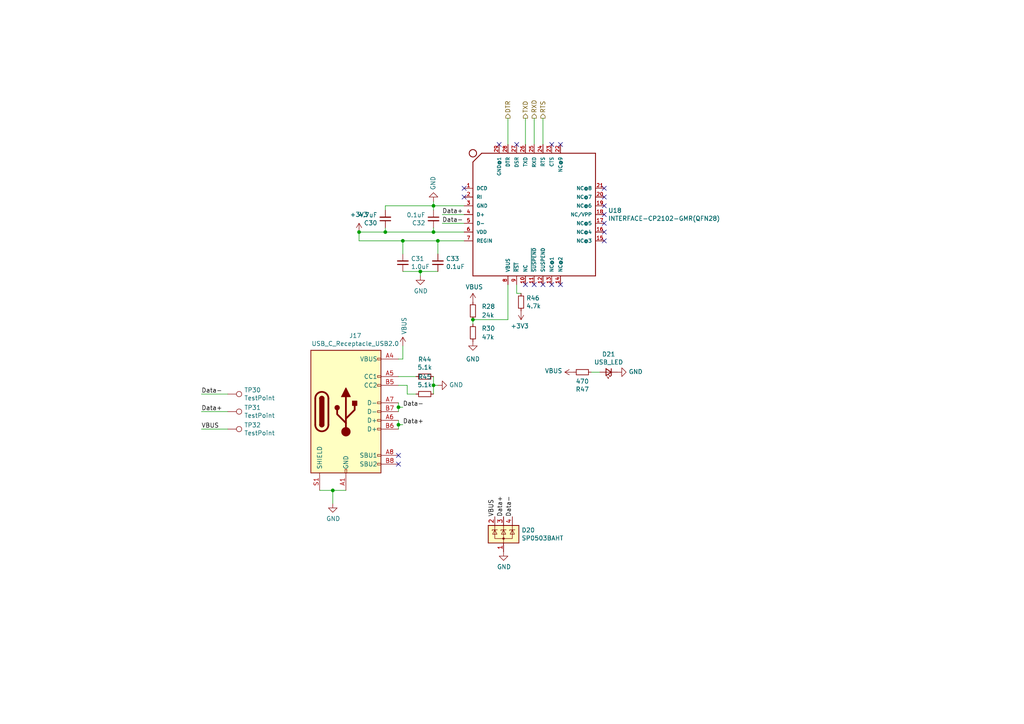
<source format=kicad_sch>
(kicad_sch (version 20211123) (generator eeschema)
  (paper "A4")
  (lib_symbols
    (symbol "Connector:TestPoint" (pin_numbers hide) (pin_names (offset 0.762) hide)
      (property "Reference" "TP" (at 0 6.858 0))
      (property "Value" "TestPoint" (at 0 5.08 0))
      (symbol "TestPoint_0_1"
        (circle (center 0 3.302) (radius 0.762))
      )
      (symbol "TestPoint_1_1"
        (pin passive line (at 0 0 90) (length 2.54) (name "1") (number "1"))
      )
    )
    (symbol "Connector:USB_C_Receptacle_USB2.0" (pin_names (offset 1.016))
      (property "Reference" "J" (at -10.16 19.05 0))
      (property "Value" "USB_C_Receptacle_USB2.0" (at 19.05 19.05 0))
      (symbol "USB_C_Receptacle_USB2.0_0_0"
        (rectangle (start -0.254 -17.78) (end 0.254 -16.764))
        (rectangle (start 10.16 -14.986) (end 9.144 -15.494))
        (rectangle (start 10.16 -12.446) (end 9.144 -12.954))
        (rectangle (start 10.16 -4.826) (end 9.144 -5.334))
        (rectangle (start 10.16 -2.286) (end 9.144 -2.794))
        (rectangle (start 10.16 0.254) (end 9.144 -0.254))
        (rectangle (start 10.16 2.794) (end 9.144 2.286))
        (rectangle (start 10.16 7.874) (end 9.144 7.366))
        (rectangle (start 10.16 10.414) (end 9.144 9.906))
        (rectangle (start 10.16 15.494) (end 9.144 14.986))
      )
      (symbol "USB_C_Receptacle_USB2.0_0_1"
        (rectangle (start -10.16 17.78) (end 10.16 -17.78) (stroke (width 0.254)) (fill (type background)))
        (arc (start -8.89 -3.81) (mid -6.985 -5.715) (end -5.08 -3.81) (stroke (width 0.508)))
        (arc (start -7.62 -3.81) (mid -6.985 -4.445) (end -6.35 -3.81) (stroke (width 0.254)))
        (arc (start -7.62 -3.81) (mid -6.985 -4.445) (end -6.35 -3.81) (stroke (width 0.254)) (fill (type outline)))
        (rectangle (start -7.62 -3.81) (end -6.35 3.81) (stroke (width 0.254)) (fill (type outline)))
        (arc (start -6.35 3.81) (mid -6.985 4.445) (end -7.62 3.81) (stroke (width 0.254)))
        (arc (start -6.35 3.81) (mid -6.985 4.445) (end -7.62 3.81) (stroke (width 0.254)) (fill (type outline)))
        (arc (start -5.08 3.81) (mid -6.985 5.715) (end -8.89 3.81) (stroke (width 0.508)))
        (circle (center -2.54 1.143) (radius 0.635) (stroke (width 0.254)) (fill (type outline)))
        (circle (center 0 -5.842) (radius 1.27) (fill (type outline)))
        (polyline (pts (xy -8.89 -3.81) (xy -8.89 3.81)) (stroke (width 0.508)))
        (polyline (pts (xy -5.08 3.81) (xy -5.08 -3.81)) (stroke (width 0.508)))
        (polyline (pts (xy 0 -5.842) (xy 0 4.318)) (stroke (width 0.508)))
        (polyline (pts (xy 0 -3.302) (xy -2.54 -0.762) (xy -2.54 0.508)) (stroke (width 0.508)))
        (polyline (pts (xy 0 -2.032) (xy 2.54 0.508) (xy 2.54 1.778)) (stroke (width 0.508)))
        (polyline (pts (xy -1.27 4.318) (xy 0 6.858) (xy 1.27 4.318) (xy -1.27 4.318)) (stroke (width 0.254)) (fill (type outline)))
        (rectangle (start 1.905 1.778) (end 3.175 3.048) (stroke (width 0.254)) (fill (type outline)))
      )
      (symbol "USB_C_Receptacle_USB2.0_1_1"
        (pin passive line (at 0 -22.86 90) (length 5.08) (name "GND") (number "A1"))
        (pin passive line (at 0 -22.86 90) (length 5.08) hide (name "GND") (number "A12"))
        (pin passive line (at 15.24 15.24 180) (length 5.08) (name "VBUS") (number "A4"))
        (pin bidirectional line (at 15.24 10.16 180) (length 5.08) (name "CC1") (number "A5"))
        (pin bidirectional line (at 15.24 -2.54 180) (length 5.08) (name "D+") (number "A6"))
        (pin bidirectional line (at 15.24 2.54 180) (length 5.08) (name "D-") (number "A7"))
        (pin bidirectional line (at 15.24 -12.7 180) (length 5.08) (name "SBU1") (number "A8"))
        (pin passive line (at 15.24 15.24 180) (length 5.08) hide (name "VBUS") (number "A9"))
        (pin passive line (at 0 -22.86 90) (length 5.08) hide (name "GND") (number "B1"))
        (pin passive line (at 0 -22.86 90) (length 5.08) hide (name "GND") (number "B12"))
        (pin passive line (at 15.24 15.24 180) (length 5.08) hide (name "VBUS") (number "B4"))
        (pin bidirectional line (at 15.24 7.62 180) (length 5.08) (name "CC2") (number "B5"))
        (pin bidirectional line (at 15.24 -5.08 180) (length 5.08) (name "D+") (number "B6"))
        (pin bidirectional line (at 15.24 0 180) (length 5.08) (name "D-") (number "B7"))
        (pin bidirectional line (at 15.24 -15.24 180) (length 5.08) (name "SBU2") (number "B8"))
        (pin passive line (at 15.24 15.24 180) (length 5.08) hide (name "VBUS") (number "B9"))
        (pin passive line (at -7.62 -22.86 90) (length 5.08) (name "SHIELD") (number "S1"))
      )
    )
    (symbol "Device:C_Small" (pin_numbers hide) (pin_names (offset 0.254) hide)
      (property "Reference" "C" (at 0.254 1.778 0))
      (property "Value" "C_Small" (at 0.254 -2.032 0))
      (symbol "C_Small_0_1"
        (polyline (pts (xy -1.524 -0.508) (xy 1.524 -0.508)) (stroke (width 0.3302)))
        (polyline (pts (xy -1.524 0.508) (xy 1.524 0.508)) (stroke (width 0.3048)))
      )
      (symbol "C_Small_1_1"
        (pin passive line (at 0 2.54 270) (length 2.032) (name "~") (number "1"))
        (pin passive line (at 0 -2.54 90) (length 2.032) (name "~") (number "2"))
      )
    )
    (symbol "Device:LED_Small" (pin_numbers hide) (pin_names (offset 0.254) hide)
      (property "Reference" "D" (at -1.27 3.175 0))
      (property "Value" "LED_Small" (at -4.445 -2.54 0))
      (symbol "LED_Small_0_1"
        (polyline (pts (xy -0.762 -1.016) (xy -0.762 1.016)) (stroke (width 0.254)))
        (polyline (pts (xy 1.016 0) (xy -0.762 0)))
        (polyline (pts (xy 0.762 -1.016) (xy -0.762 0) (xy 0.762 1.016) (xy 0.762 -1.016)) (stroke (width 0.254)))
        (polyline (pts (xy 0 0.762) (xy -0.508 1.27) (xy -0.254 1.27) (xy -0.508 1.27) (xy -0.508 1.016)))
        (polyline (pts (xy 0.508 1.27) (xy 0 1.778) (xy 0.254 1.778) (xy 0 1.778) (xy 0 1.524)))
      )
      (symbol "LED_Small_1_1"
        (pin passive line (at -2.54 0 0) (length 1.778) (name "K") (number "1"))
        (pin passive line (at 2.54 0 180) (length 1.778) (name "A") (number "2"))
      )
    )
    (symbol "Device:R_Small" (pin_numbers hide) (pin_names (offset 0.254) hide)
      (property "Reference" "R" (at 0.762 0.508 0))
      (property "Value" "R_Small" (at 0.762 -1.016 0))
      (symbol "R_Small_0_1"
        (rectangle (start -0.762 1.778) (end 0.762 -1.778) (stroke (width 0.2032)))
      )
      (symbol "R_Small_1_1"
        (pin passive line (at 0 2.54 270) (length 0.762) (name "~") (number "1"))
        (pin passive line (at 0 -2.54 90) (length 0.762) (name "~") (number "2"))
      )
    )
    (symbol "Power_Protection:SP0503BAHT" (pin_names hide)
      (property "Reference" "D" (at 5.715 2.54 0))
      (property "Value" "SP0503BAHT" (at 5.715 0.635 0))
      (symbol "SP0503BAHT_0_0"
        (pin passive line (at 0 -5.08 90) (length 2.54) (name "A") (number "1"))
      )
      (symbol "SP0503BAHT_0_1"
        (rectangle (start -4.445 2.54) (end 4.445 -2.54) (stroke (width 0.254)) (fill (type background)))
        (circle (center 0 -1.27) (radius 0.254) (fill (type outline)))
        (polyline (pts (xy -2.54 2.54) (xy -2.54 1.27)))
        (polyline (pts (xy 0 -1.27) (xy 0 -2.54)))
        (polyline (pts (xy 0 -1.27) (xy 0 1.27)))
        (polyline (pts (xy 0 2.54) (xy 0 1.27)))
        (polyline (pts (xy 0.635 1.27) (xy 0.762 1.27)))
        (polyline (pts (xy 2.54 2.54) (xy 2.54 1.27)))
        (polyline (pts (xy 0.635 1.27) (xy -0.762 1.27) (xy -0.762 1.016)))
        (polyline (pts (xy -3.302 1.016) (xy -3.302 1.27) (xy -1.905 1.27) (xy -1.778 1.27)))
        (polyline (pts (xy -2.54 1.27) (xy -2.54 -1.27) (xy 2.54 -1.27) (xy 2.54 1.27)))
        (polyline (pts (xy -2.54 1.27) (xy -1.905 0) (xy -3.175 0) (xy -2.54 1.27)))
        (polyline (pts (xy 0.635 0) (xy -0.635 0) (xy 0 1.27) (xy 0.635 0)))
        (polyline (pts (xy 1.778 1.016) (xy 1.778 1.27) (xy 3.175 1.27) (xy 3.302 1.27)))
        (polyline (pts (xy 2.54 1.27) (xy 1.905 0) (xy 3.175 0) (xy 2.54 1.27)))
      )
      (symbol "SP0503BAHT_1_1"
        (pin passive line (at -2.54 5.08 270) (length 2.54) (name "K") (number "2"))
        (pin passive line (at 0 5.08 270) (length 2.54) (name "K") (number "3"))
        (pin passive line (at 2.54 5.08 270) (length 2.54) (name "K") (number "4"))
      )
    )
    (symbol "iclr:INTERFACE-CP2102-GMR(QFN28)" (pin_names (offset 1.016))
      (property "Reference" "U" (at -17.8054 20.3454 0))
      (property "Value" "iclr_INTERFACE-CP2102-GMR(QFN28)" (at -17.78 -17.78 0))
      (symbol "INTERFACE-CP2102-GMR(QFN28)_0_0"
        (circle (center -17.78 17.78) (radius 1.0668) (stroke (width 0.254)))
        (polyline (pts (xy -17.78 -17.78) (xy -17.78 15.24)) (stroke (width 0.254)))
        (polyline (pts (xy -17.78 15.24) (xy -15.24 17.78)) (stroke (width 0.254)))
        (polyline (pts (xy -15.24 17.78) (xy 17.78 17.78)) (stroke (width 0.254)))
        (polyline (pts (xy 17.78 -17.78) (xy -17.78 -17.78)) (stroke (width 0.254)))
        (polyline (pts (xy 17.78 17.78) (xy 17.78 -17.78)) (stroke (width 0.254)))
        (pin bidirectional line (at -20.32 7.62 0) (length 2.54) (name "DCD") (number "1"))
        (pin bidirectional line (at -2.54 -20.32 90) (length 2.54) (name "NC") (number "10"))
        (pin bidirectional line (at 0 -20.32 90) (length 2.54) (name "~{SUSPEND}") (number "11"))
        (pin bidirectional line (at 2.54 -20.32 90) (length 2.54) (name "SUSPEND") (number "12"))
        (pin bidirectional line (at 5.08 -20.32 90) (length 2.54) (name "NC@1") (number "13"))
        (pin bidirectional line (at 7.62 -20.32 90) (length 2.54) (name "NC@2") (number "14"))
        (pin bidirectional line (at 20.32 -7.62 180) (length 2.54) (name "NC@3") (number "15"))
        (pin bidirectional line (at 20.32 -5.08 180) (length 2.54) (name "NC@4") (number "16"))
        (pin bidirectional line (at 20.32 -2.54 180) (length 2.54) (name "NC@5") (number "17"))
        (pin bidirectional line (at 20.32 0 180) (length 2.54) (name "NC/VPP") (number "18"))
        (pin bidirectional line (at 20.32 2.54 180) (length 2.54) (name "NC@6") (number "19"))
        (pin bidirectional line (at -20.32 5.08 0) (length 2.54) (name "RI") (number "2"))
        (pin bidirectional line (at 20.32 5.08 180) (length 2.54) (name "NC@7") (number "20"))
        (pin bidirectional line (at 20.32 7.62 180) (length 2.54) (name "NC@8") (number "21"))
        (pin bidirectional line (at 7.62 20.32 270) (length 2.54) (name "NC@9") (number "22"))
        (pin bidirectional line (at 5.08 20.32 270) (length 2.54) (name "CTS") (number "23"))
        (pin bidirectional line (at 2.54 20.32 270) (length 2.54) (name "RTS") (number "24"))
        (pin bidirectional line (at 0 20.32 270) (length 2.54) (name "RXD") (number "25"))
        (pin bidirectional line (at -2.54 20.32 270) (length 2.54) (name "TXD") (number "26"))
        (pin bidirectional line (at -5.08 20.32 270) (length 2.54) (name "DSR") (number "27"))
        (pin bidirectional line (at -7.62 20.32 270) (length 2.54) (name "DTR") (number "28"))
        (pin bidirectional line (at -10.16 20.32 270) (length 2.54) (name "GND@1") (number "29"))
        (pin bidirectional line (at -20.32 2.54 0) (length 2.54) (name "GND") (number "3"))
        (pin bidirectional line (at -20.32 0 0) (length 2.54) (name "D+") (number "4"))
        (pin bidirectional line (at -20.32 -2.54 0) (length 2.54) (name "D-") (number "5"))
        (pin bidirectional line (at -20.32 -5.08 0) (length 2.54) (name "VDD") (number "6"))
        (pin bidirectional line (at -20.32 -7.62 0) (length 2.54) (name "REGIN") (number "7"))
        (pin bidirectional line (at -7.62 -20.32 90) (length 2.54) (name "VBUS") (number "8"))
        (pin bidirectional line (at -5.08 -20.32 90) (length 2.54) (name "~{RST}") (number "9"))
      )
    )
    (symbol "power:+3.3V" (power) (pin_names (offset 0))
      (property "Value" "+3.3V" (at 0 3.556 0))
      (symbol "+3.3V_0_1"
        (polyline (pts (xy -0.762 1.27) (xy 0 2.54)))
        (polyline (pts (xy 0 0) (xy 0 2.54)))
        (polyline (pts (xy 0 2.54) (xy 0.762 1.27)))
      )
      (symbol "+3.3V_1_1"
        (pin power_in line (at 0 0 90) (length 0) hide (name "+3V3") (number "1"))
      )
    )
    (symbol "power:GND" (power) (pin_names (offset 0))
      (property "Value" "GND" (at 0 -3.81 0))
      (symbol "GND_0_1"
        (polyline (pts (xy 0 0) (xy 0 -1.27) (xy 1.27 -1.27) (xy 0 -2.54) (xy -1.27 -1.27) (xy 0 -1.27)))
      )
      (symbol "GND_1_1"
        (pin power_in line (at 0 0 270) (length 0) hide (name "GND") (number "1"))
      )
    )
    (symbol "power:VBUS" (power) (pin_names (offset 0))
      (property "Value" "VBUS" (at 0 3.81 0))
      (symbol "VBUS_0_1"
        (polyline (pts (xy -0.762 1.27) (xy 0 2.54)))
        (polyline (pts (xy 0 0) (xy 0 2.54)))
        (polyline (pts (xy 0 2.54) (xy 0.762 1.27)))
      )
      (symbol "VBUS_1_1"
        (pin power_in line (at 0 0 90) (length 0) hide (name "VBUS") (number "1"))
      )
    )
  )
  (junction (at 127 69.85))
  (junction (at 116.84 69.85))
  (junction (at 125.73 59.69))
  (junction (at 125.73 67.31))
  (junction (at 115.57 123.19))
  (junction (at 111.76 67.31))
  (junction (at 121.92 78.74))
  (junction (at 125.73 111.76))
  (junction (at 96.52 142.24))
  (junction (at 104.14 67.31))
  (junction (at 137.16 92.71))
  (junction (at 115.57 118.11))
  (no_connect (at 160.02 82.55))
  (no_connect (at 134.62 54.61))
  (no_connect (at 162.56 41.91))
  (no_connect (at 175.26 64.77))
  (no_connect (at 115.57 132.08))
  (no_connect (at 115.57 134.62))
  (no_connect (at 175.26 59.69))
  (no_connect (at 152.4 82.55))
  (no_connect (at 175.26 57.15))
  (no_connect (at 149.86 41.91))
  (no_connect (at 175.26 67.31))
  (no_connect (at 144.78 41.91))
  (no_connect (at 175.26 62.23))
  (no_connect (at 134.62 57.15))
  (no_connect (at 175.26 69.85))
  (no_connect (at 162.56 82.55))
  (no_connect (at 157.48 82.55))
  (no_connect (at 175.26 54.61))
  (no_connect (at 160.02 41.91))
  (no_connect (at 154.94 82.55))
  (wire (pts (xy 149.86 82.55) (xy 149.86 85.09)))
  (wire (pts (xy 116.84 100.33) (xy 116.84 104.14)))
  (wire (pts (xy 157.48 41.91) (xy 157.48 34.29)))
  (wire (pts (xy 96.52 142.24) (xy 100.33 142.24)))
  (wire (pts (xy 134.62 59.69) (xy 125.73 59.69)))
  (wire (pts (xy 125.73 66.04) (xy 125.73 67.31)))
  (wire (pts (xy 111.76 59.69) (xy 125.73 59.69)))
  (wire (pts (xy 125.73 59.69) (xy 125.73 60.96)))
  (wire (pts (xy 128.27 64.77) (xy 134.62 64.77)))
  (wire (pts (xy 128.27 62.23) (xy 134.62 62.23)))
  (wire (pts (xy 58.42 114.3) (xy 66.04 114.3)))
  (wire (pts (xy 152.4 41.91) (xy 152.4 34.29)))
  (wire (pts (xy 111.76 60.96) (xy 111.76 59.69)))
  (wire (pts (xy 116.84 78.74) (xy 121.92 78.74)))
  (wire (pts (xy 115.57 123.19) (xy 116.84 123.19)))
  (wire (pts (xy 115.57 121.92) (xy 115.57 123.19)))
  (wire (pts (xy 118.11 111.76) (xy 118.11 114.3)))
  (wire (pts (xy 58.42 124.46) (xy 66.04 124.46)))
  (wire (pts (xy 121.92 78.74) (xy 127 78.74)))
  (wire (pts (xy 127 73.66) (xy 127 69.85)))
  (wire (pts (xy 125.73 58.42) (xy 125.73 59.69)))
  (wire (pts (xy 118.11 114.3) (xy 120.65 114.3)))
  (wire (pts (xy 121.92 78.74) (xy 121.92 80.01)))
  (wire (pts (xy 127 69.85) (xy 134.62 69.85)))
  (wire (pts (xy 115.57 123.19) (xy 115.57 124.46)))
  (wire (pts (xy 92.71 142.24) (xy 96.52 142.24)))
  (wire (pts (xy 149.86 85.09) (xy 151.13 85.09)))
  (wire (pts (xy 125.73 67.31) (xy 111.76 67.31)))
  (wire (pts (xy 115.57 119.38) (xy 115.57 118.11)))
  (wire (pts (xy 137.16 92.71) (xy 137.16 93.98)))
  (wire (pts (xy 115.57 118.11) (xy 115.57 116.84)))
  (wire (pts (xy 147.32 41.91) (xy 147.32 34.29)))
  (wire (pts (xy 125.73 109.22) (xy 125.73 111.76)))
  (wire (pts (xy 147.32 82.55) (xy 147.32 92.71)))
  (wire (pts (xy 116.84 73.66) (xy 116.84 69.85)))
  (wire (pts (xy 154.94 41.91) (xy 154.94 34.29)))
  (wire (pts (xy 115.57 111.76) (xy 118.11 111.76)))
  (wire (pts (xy 137.16 92.71) (xy 147.32 92.71)))
  (wire (pts (xy 115.57 109.22) (xy 120.65 109.22)))
  (wire (pts (xy 125.73 111.76) (xy 127 111.76)))
  (wire (pts (xy 58.42 119.38) (xy 66.04 119.38)))
  (wire (pts (xy 116.84 69.85) (xy 127 69.85)))
  (wire (pts (xy 125.73 114.3) (xy 125.73 111.76)))
  (wire (pts (xy 116.84 104.14) (xy 115.57 104.14)))
  (wire (pts (xy 125.73 67.31) (xy 134.62 67.31)))
  (wire (pts (xy 173.99 107.95) (xy 171.45 107.95)))
  (wire (pts (xy 96.52 142.24) (xy 96.52 146.05)))
  (wire (pts (xy 104.14 67.31) (xy 111.76 67.31)))
  (wire (pts (xy 115.57 118.11) (xy 116.84 118.11)))
  (wire (pts (xy 111.76 66.04) (xy 111.76 67.31)))
  (wire (pts (xy 116.84 69.85) (xy 104.14 69.85)))
  (wire (pts (xy 104.14 67.31) (xy 104.14 69.85)))
  (label "Data-" (at 148.59 149.86 90))
  (label "VBUS" (at 58.42 124.46 0))
  (label "Data+" (at 128.27 62.23 0))
  (label "Data-" (at 128.27 64.77 0))
  (label "Data+" (at 58.42 119.38 0))
  (label "Data+" (at 116.84 123.19 0))
  (label "Data-" (at 116.84 118.11 0))
  (label "VBUS" (at 143.51 149.86 90))
  (label "Data-" (at 58.42 114.3 0))
  (label "Data+" (at 146.05 149.86 90))
  (hierarchical_label "DTR" (shape output) (at 147.32 34.29 90))
  (hierarchical_label "RXD" (shape output) (at 154.94 34.29 90))
  (hierarchical_label "TXD" (shape output) (at 152.4 34.29 90))
  (hierarchical_label "RTS" (shape output) (at 157.48 34.29 90))
  (symbol (lib_id "power:GND") (at 146.05 160.02 0) (unit 1)
    (property "Reference" "#PWR0116" (effects hide))
    (property "Value" "GND" (at 146.177 164.4142 0))
  )
  (symbol (lib_id "Device:R_Small") (at 137.16 90.17 180) (unit 1)
    (property "Reference" "R28" (at 139.7 88.8999 0) (effects (justify right)))
    (property "Value" "24k" (at 139.7 91.4399 0) (effects (justify right)))
    (property "Footprint" "Resistor_SMD:R_0603_1608Metric" (effects hide))
  )
  (symbol (lib_id "power:GND") (at 121.92 80.01 0) (unit 1)
    (property "Reference" "#PWR0112" (effects hide))
    (property "Value" "GND" (at 122.047 84.4042 0))
  )
  (symbol (lib_id "power:GND") (at 125.73 58.42 180) (unit 1)
    (property "Reference" "#PWR0113" (effects hide))
    (property "Value" "GND" (at 125.603 55.1688 90) (effects (justify right)))
  )
  (symbol (lib_id "Device:LED_Small") (at 176.53 107.95 180) (unit 1)
    (property "Reference" "D21" (at 176.53 102.743 0))
    (property "Value" "USB_LED" (at 176.53 105.0544 0))
    (property "Footprint" "LED_SMD:LED_0603_1608Metric" (effects hide))
  )
  (symbol (lib_id "iclr:INTERFACE-CP2102-GMR(QFN28)") (at 154.94 62.23 0) (unit 1)
    (property "Reference" "U18" (at 176.3776 61.0616 0) (effects (justify left)))
    (property "Value" "INTERFACE-CP2102-GMR(QFN28)" (at 176.3776 63.373 0) (effects (justify left)))
    (property "Footprint" "iclr:QFN28G_0.5-5X5MM" (effects hide))
    (property "VALUE" "CP2102-GMR-QFN28" (effects hide))
    (property "MPN" "CP2102-GMR" (effects hide))
  )
  (symbol (lib_id "Device:C_Small") (at 111.76 63.5 180) (unit 1)
    (property "Reference" "C30" (at 109.4486 64.6684 0) (effects (justify left)))
    (property "Value" "4.7uF" (at 109.4486 62.357 0) (effects (justify left)))
    (property "Footprint" "Capacitor_SMD:C_0603_1608Metric" (effects hide))
  )
  (symbol (lib_id "Device:R_Small") (at 151.13 87.63 180) (unit 1)
    (property "Reference" "R46" (at 152.6286 86.4616 0) (effects (justify right)))
    (property "Value" "4.7k" (at 152.6286 88.773 0) (effects (justify right)))
    (property "Footprint" "Resistor_SMD:R_0603_1608Metric" (effects hide))
  )
  (symbol (lib_id "power:+3.3V") (at 104.14 67.31 0) (unit 1)
    (property "Reference" "#PWR0109" (effects hide))
    (property "Value" "+3.3V" (at 104.14 62.23 0))
  )
  (symbol (lib_id "power:GND") (at 127 111.76 90) (unit 1)
    (property "Reference" "#PWR0115" (effects hide))
    (property "Value" "GND" (at 130.2512 111.633 90) (effects (justify right)))
  )
  (symbol (lib_id "Device:C_Small") (at 116.84 76.2 180) (unit 1)
    (property "Reference" "C31" (at 119.1768 75.0316 0) (effects (justify right)))
    (property "Value" "1.0uF" (at 119.1768 77.343 0) (effects (justify right)))
    (property "Footprint" "Capacitor_SMD:C_0603_1608Metric" (effects hide))
  )
  (symbol (lib_id "Device:R_Small") (at 123.19 109.22 90) (unit 1)
    (property "Reference" "R44" (at 123.19 104.2416 90))
    (property "Value" "5.1k" (at 123.19 106.553 90))
    (property "Footprint" "Resistor_SMD:R_0603_1608Metric" (effects hide))
  )
  (symbol (lib_id "power:VBUS") (at 137.16 87.63 0) (unit 1)
    (property "Reference" "#PWR0117" (effects hide))
    (property "Value" "VBUS" (at 137.541 83.2358 0))
  )
  (symbol (lib_id "Power_Protection:SP0503BAHT") (at 146.05 154.94 0) (unit 1)
    (property "Reference" "D20" (at 151.257 153.7716 0) (effects (justify left)))
    (property "Value" "SP0503BAHT" (at 151.257 156.083 0) (effects (justify left)))
    (property "Footprint" "Package_TO_SOT_SMD:SOT-143" (effects hide))
    (property "Datasheet" "http://www.littelfuse.com/~/media/files/littelfuse/technical%20resources/documents/data%20sheets/sp05xxba.pdf" (effects hide))
  )
  (symbol (lib_id "Connector:USB_C_Receptacle_USB2.0") (at 100.33 119.38 0) (unit 1)
    (property "Reference" "J17" (at 103.0478 97.3582 0))
    (property "Value" "USB_C_Receptacle_USB2.0" (at 103.0478 99.6696 0))
    (property "Footprint" "Connector_USB:USB_C_Receptacle_GCT_USB4085" (effects hide))
    (property "Datasheet" "https://www.usb.org/sites/default/files/documents/usb_type-c.zip" (effects hide))
  )
  (symbol (lib_id "Device:R_Small") (at 123.19 114.3 270) (unit 1)
    (property "Reference" "R45" (at 123.19 109.3216 90))
    (property "Value" "5.1k" (at 123.19 111.633 90))
    (property "Footprint" "Resistor_SMD:R_0603_1608Metric" (effects hide))
  )
  (symbol (lib_id "Connector:TestPoint") (at 66.04 119.38 270) (unit 1)
    (property "Reference" "TP31" (at 70.8152 118.2116 90) (effects (justify left)))
    (property "Value" "TestPoint" (at 70.8152 120.523 90) (effects (justify left)))
    (property "Footprint" "TestPoint:TestPoint_Pad_D1.0mm" (effects hide))
  )
  (symbol (lib_id "Connector:TestPoint") (at 66.04 114.3 270) (unit 1)
    (property "Reference" "TP30" (at 70.8152 113.1316 90) (effects (justify left)))
    (property "Value" "TestPoint" (at 70.8152 115.443 90) (effects (justify left)))
    (property "Footprint" "TestPoint:TestPoint_Pad_D1.0mm" (effects hide))
  )
  (symbol (lib_id "Device:C_Small") (at 125.73 63.5 0) (unit 1)
    (property "Reference" "C32" (at 123.3932 64.6684 0) (effects (justify right)))
    (property "Value" "0.1uF" (at 123.3932 62.357 0) (effects (justify right)))
    (property "Footprint" "Capacitor_SMD:C_0603_1608Metric" (effects hide))
  )
  (symbol (lib_id "Device:R_Small") (at 168.91 107.95 90) (unit 1)
    (property "Reference" "R47" (at 168.91 112.9284 90))
    (property "Value" "470" (at 168.91 110.617 90))
    (property "Footprint" "Resistor_SMD:R_0603_1608Metric" (effects hide))
  )
  (symbol (lib_id "power:GND") (at 179.07 107.95 90) (unit 1)
    (property "Reference" "#PWR0120" (effects hide))
    (property "Value" "GND" (at 182.3212 107.823 90) (effects (justify right)))
  )
  (symbol (lib_id "Connector:TestPoint") (at 66.04 124.46 270) (unit 1)
    (property "Reference" "TP32" (at 70.8152 123.2916 90) (effects (justify left)))
    (property "Value" "TestPoint" (at 70.8152 125.603 90) (effects (justify left)))
    (property "Footprint" "TestPoint:TestPoint_Pad_D1.0mm" (effects hide))
  )
  (symbol (lib_id "Device:R_Small") (at 137.16 96.52 180) (unit 1)
    (property "Reference" "R30" (at 139.7 95.2499 0) (effects (justify right)))
    (property "Value" "47k" (at 139.7 97.7899 0) (effects (justify right)))
    (property "Footprint" "Resistor_SMD:R_0603_1608Metric" (effects hide))
  )
  (symbol (lib_id "power:VBUS") (at 116.84 100.33 0) (unit 1)
    (property "Reference" "#PWR0114" (effects hide))
    (property "Value" "VBUS" (at 117.221 97.0788 90) (effects (justify left)))
  )
  (symbol (lib_id "power:VBUS") (at 166.37 107.95 90) (unit 1)
    (property "Reference" "#PWR0119" (effects hide))
    (property "Value" "VBUS" (at 163.1188 107.569 90) (effects (justify left)))
  )
  (symbol (lib_id "Device:C_Small") (at 127 76.2 180) (unit 1)
    (property "Reference" "C33" (at 129.3368 75.0316 0) (effects (justify right)))
    (property "Value" "0.1uF" (at 129.3368 77.343 0) (effects (justify right)))
    (property "Footprint" "Capacitor_SMD:C_0603_1608Metric" (effects hide))
  )
  (symbol (lib_id "power:GND") (at 137.16 99.06 0) (unit 1)
    (property "Reference" "#PWR041" (effects hide))
    (property "Value" "GND" (at 137.16 104.14 0))
  )
  (symbol (lib_id "power:+3.3V") (at 151.13 90.17 180) (unit 1)
    (property "Reference" "#PWR0118" (effects hide))
    (property "Value" "+3.3V" (at 150.749 94.5642 0))
  )
  (symbol (lib_id "power:GND") (at 96.52 146.05 0) (unit 1)
    (property "Reference" "#PWR0111" (effects hide))
    (property "Value" "GND" (at 96.647 150.4442 0))
  )
)
</source>
